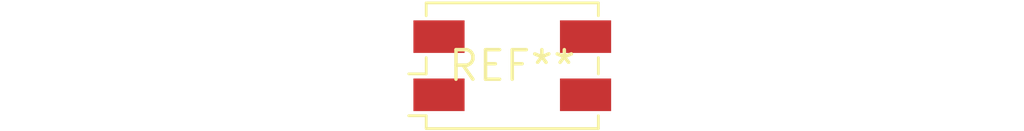
<source format=kicad_pcb>
(kicad_pcb (version 20240108) (generator pcbnew)
  (layers (0 "F.Cu" signal) (31 "B.Cu" signal) (34 "B.Paste" user) (35 "F.Paste" user) (36 "B.SilkS" user "B.Silkscreen") (37 "F.SilkS" user "F.Silkscreen") (38 "B.Mask" user) (39 "F.Mask" user) (44 "Edge.Cuts" user))
  (net 0 "")
  (footprint "Crystal_SMD_EuroQuartz_MQ-4Pin_7.0x5.0mm" (layer "F.Cu") (at 0 0)
    (property "Reference" "REF**")
    (property "Value" "Crystal_SMD_EuroQuartz_MQ-4Pin_7.0x5.0mm")
    (fp_line (start -4.45 0.35) (end -3.7 0.35) (layer "F.SilkS") (stroke (width 0.12)))
    (fp_line (start -4.45 2.15) (end -3.7 2.15) (layer "F.SilkS") (stroke (width 0.12)))
    (fp_line (start -3.7 -2.7) (end 3.7 -2.7) (layer "F.SilkS") (stroke (width 0.12)))
    (fp_line (start -3.7 -2.15) (end -3.7 -2.7) (layer "F.SilkS") (stroke (width 0.12)))
    (fp_line (start -3.7 0.35) (end -3.7 -0.35) (layer "F.SilkS") (stroke (width 0.12)))
    (fp_line (start -3.7 2.15) (end -3.7 2.7) (layer "F.SilkS") (stroke (width 0.12)))
    (fp_line (start -3.7 2.7) (end 3.7 2.7) (layer "F.SilkS") (stroke (width 0.12)))
    (fp_line (start 3.7 -2.7) (end 3.7 -2.15) (layer "F.SilkS") (stroke (width 0.12)))
    (fp_line (start 3.7 -0.35) (end 3.7 0.35) (layer "F.SilkS") (stroke (width 0.12)))
    (fp_line (start 3.7 2.7) (end 3.7 2.15) (layer "F.SilkS") (stroke (width 0.12)))
    (pad "1" smd rect (at -3.15 1.25) (size 2.2 1.4) (layers "F.Cu" "F.Paste" "F.Mask"))
    (pad "2" smd rect (at 3.15 1.25) (size 2.2 1.4) (layers "F.Cu" "F.Paste" "F.Mask"))
    (pad "3" smd rect (at 3.15 -1.25) (size 2.2 1.4) (layers "F.Cu" "F.Paste" "F.Mask"))
    (pad "4" smd rect (at -3.15 -1.25) (size 2.2 1.4) (layers "F.Cu" "F.Paste" "F.Mask"))
  )
)
</source>
